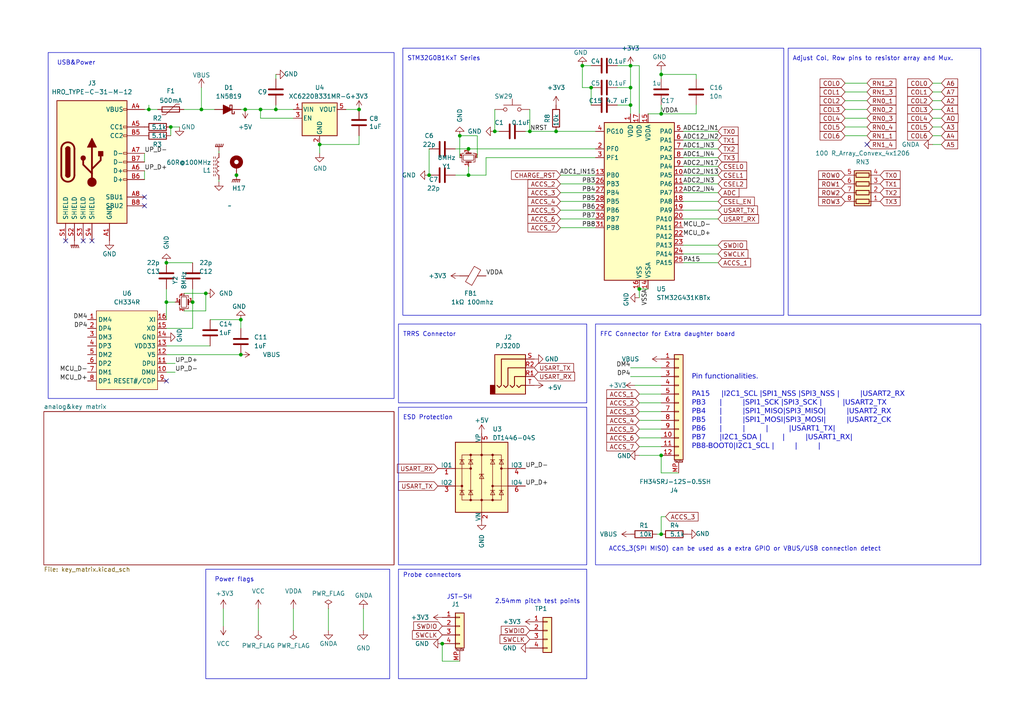
<source format=kicad_sch>
(kicad_sch (version 20230121) (generator eeschema)
  (paper "A4")
  (title_block (title "Corne EEC - Keyboard Left") (date "2023-07-18") (rev "1.0") (comment 2 "MIT License"))
  (junction (at 153.67 38.1))
  (junction (at 133.35 39.37))
  (junction (at 58.42 31.75))
  (junction (at 124.46 50.8))
  (junction (at 191.77 21.59))
  (junction (at 191.77 132.08))
  (junction (at 48.26 87.63))
  (junction (at 182.88 30.48))
  (junction (at 182.88 19.05))
  (junction (at 48.26 76.2))
  (junction (at 182.88 25.4))
  (junction (at 92.71 41.91))
  (junction (at 185.42 83.82))
  (junction (at 191.77 154.94))
  (junction (at 128.27 186.69))
  (junction (at 59.69 85.09))
  (junction (at 80.01 31.75))
  (junction (at 68.58 50.8))
  (junction (at 75.565 31.75))
  (junction (at 69.85 102.87))
  (junction (at 168.91 19.05))
  (junction (at 143.51 38.1))
  (junction (at 171.45 25.4))
  (junction (at 71.12 31.75))
  (junction (at 104.14 31.75))
  (junction (at 135.89 43.18))
  (junction (at 49.53 36.83))
  (junction (at 161.29 38.1))
  (junction (at 55.88 87.63))
  (junction (at 135.89 50.8))
  (junction (at 191.77 33.02))
  (junction (at 43.18 31.75))
  (junction (at 69.85 92.71))
  (no_connect (at 41.91 59.69))
  (no_connect (at 251.46 41.91))
  (no_connect (at 48.26 110.49))
  (no_connect (at 24.13 69.85))
  (no_connect (at 26.67 69.85))
  (no_connect (at 386.08 -66.04))
  (no_connect (at 41.91 57.15))
  (no_connect (at 19.05 69.85))
  (wire (pts (xy 162.56 60.96) (xy 172.72 60.96)))
  (wire (pts (xy 135.89 43.18) (xy 172.72 43.18)))
  (wire (pts (xy 45.72 31.75) (xy 43.18 31.75)))
  (wire (pts (xy 41.91 49.53) (xy 41.91 52.07)))
  (wire (pts (xy 251.46 31.75) (xy 245.11 31.75)))
  (wire (pts (xy 135.89 50.8) (xy 140.97 50.8)))
  (wire (pts (xy 71.12 31.75) (xy 75.565 31.75)))
  (wire (pts (xy 270.51 39.37) (xy 273.05 39.37)))
  (wire (pts (xy 140.97 45.72) (xy 140.97 50.8)))
  (wire (pts (xy 191.77 132.08) (xy 185.42 132.08)))
  (wire (pts (xy 273.05 26.67) (xy 270.51 26.67)))
  (wire (pts (xy 191.77 116.84) (xy 185.42 116.84)))
  (wire (pts (xy 144.78 38.1) (xy 143.51 38.1)))
  (wire (pts (xy 48.26 95.25) (xy 55.88 95.25)))
  (wire (pts (xy 143.51 38.1) (xy 143.51 31.75)))
  (wire (pts (xy 80.01 30.48) (xy 80.01 31.75)))
  (wire (pts (xy 64.77 181.61) (xy 64.77 176.53)))
  (wire (pts (xy 55.88 95.25) (xy 55.88 87.63)))
  (wire (pts (xy 132.08 50.8) (xy 135.89 50.8)))
  (wire (pts (xy 191.77 121.92) (xy 185.42 121.92)))
  (wire (pts (xy 138.43 45.72) (xy 138.43 39.37)))
  (wire (pts (xy 60.96 92.71) (xy 69.85 92.71)))
  (wire (pts (xy 48.26 76.2) (xy 55.88 76.2)))
  (wire (pts (xy 132.08 43.18) (xy 135.89 43.18)))
  (wire (pts (xy 251.46 36.83) (xy 245.11 36.83)))
  (wire (pts (xy 182.88 19.05) (xy 182.88 25.4)))
  (wire (pts (xy 208.28 40.64) (xy 198.12 40.64)))
  (wire (pts (xy 50.8 87.63) (xy 48.26 87.63)))
  (wire (pts (xy 138.43 39.37) (xy 133.35 39.37)))
  (wire (pts (xy 208.28 71.12) (xy 198.12 71.12)))
  (wire (pts (xy 208.28 48.26) (xy 198.12 48.26)))
  (wire (pts (xy 75.565 31.75) (xy 80.01 31.75)))
  (wire (pts (xy 182.88 106.68) (xy 191.77 106.68)))
  (wire (pts (xy 191.77 137.16) (xy 191.77 132.08)))
  (wire (pts (xy 58.42 25.4) (xy 58.42 31.75)))
  (wire (pts (xy 75.565 34.29) (xy 75.565 31.75)))
  (wire (pts (xy 69.85 92.71) (xy 69.85 95.25)))
  (wire (pts (xy 191.77 154.94) (xy 190.5 154.94)))
  (wire (pts (xy 193.04 149.86) (xy 191.77 149.86)))
  (wire (pts (xy 69.85 31.75) (xy 71.12 31.75)))
  (wire (pts (xy 53.34 85.09) (xy 59.69 85.09)))
  (wire (pts (xy 208.28 50.8) (xy 198.12 50.8)))
  (wire (pts (xy 48.26 87.63) (xy 48.26 92.71)))
  (wire (pts (xy 74.93 176.53) (xy 74.93 182.88)))
  (wire (pts (xy 133.35 39.37) (xy 133.35 45.72)))
  (wire (pts (xy 191.77 21.59) (xy 191.77 20.32)))
  (wire (pts (xy 162.56 55.88) (xy 172.72 55.88)))
  (wire (pts (xy 41.91 44.45) (xy 41.91 46.99)))
  (wire (pts (xy 185.42 19.05) (xy 182.88 19.05)))
  (wire (pts (xy 152.4 38.1) (xy 153.67 38.1)))
  (wire (pts (xy 48.26 102.87) (xy 69.85 102.87)))
  (wire (pts (xy 201.93 30.48) (xy 201.93 33.02)))
  (wire (pts (xy 85.09 34.29) (xy 75.565 34.29)))
  (wire (pts (xy 43.18 31.75) (xy 41.91 31.75)))
  (wire (pts (xy 270.51 36.83) (xy 273.05 36.83)))
  (wire (pts (xy 140.97 45.72) (xy 172.72 45.72)))
  (wire (pts (xy 251.46 39.37) (xy 245.11 39.37)))
  (wire (pts (xy 55.88 83.82) (xy 55.88 87.63)))
  (wire (pts (xy 191.77 22.86) (xy 191.77 21.59)))
  (wire (pts (xy 63.5 52.705) (xy 63.5 52.07)))
  (wire (pts (xy 154.94 180.34) (xy 153.67 180.34)))
  (wire (pts (xy 135.89 48.26) (xy 135.89 50.8)))
  (wire (pts (xy 162.56 50.8) (xy 172.72 50.8)))
  (wire (pts (xy 179.07 30.48) (xy 182.88 30.48)))
  (wire (pts (xy 182.88 25.4) (xy 182.88 30.48)))
  (wire (pts (xy 251.46 34.29) (xy 245.11 34.29)))
  (wire (pts (xy 201.93 21.59) (xy 191.77 21.59)))
  (wire (pts (xy 171.45 25.4) (xy 171.45 30.48)))
  (wire (pts (xy 53.34 31.75) (xy 58.42 31.75)))
  (wire (pts (xy 208.28 43.18) (xy 198.12 43.18)))
  (wire (pts (xy 52.07 36.83) (xy 49.53 36.83)))
  (wire (pts (xy 191.77 33.02) (xy 187.96 33.02)))
  (wire (pts (xy 191.77 33.02) (xy 191.77 30.48)))
  (wire (pts (xy 208.28 73.66) (xy 198.12 73.66)))
  (wire (pts (xy 198.12 45.72) (xy 208.28 45.72)))
  (wire (pts (xy 185.42 83.82) (xy 187.96 83.82)))
  (wire (pts (xy 185.42 127) (xy 191.77 127)))
  (wire (pts (xy 50.8 107.95) (xy 48.26 107.95)))
  (wire (pts (xy 191.77 149.86) (xy 191.77 154.94)))
  (wire (pts (xy 85.09 176.53) (xy 85.09 182.88)))
  (wire (pts (xy 48.26 100.33) (xy 60.96 100.33)))
  (wire (pts (xy 208.28 38.1) (xy 198.12 38.1)))
  (wire (pts (xy 208.28 76.2) (xy 198.12 76.2)))
  (wire (pts (xy 270.51 41.91) (xy 273.05 41.91)))
  (wire (pts (xy 171.45 25.4) (xy 168.91 25.4)))
  (wire (pts (xy 162.56 53.34) (xy 172.72 53.34)))
  (wire (pts (xy 168.91 19.05) (xy 168.91 25.4)))
  (wire (pts (xy 208.28 63.5) (xy 198.12 63.5)))
  (wire (pts (xy 153.67 31.75) (xy 153.67 38.1)))
  (wire (pts (xy 162.56 63.5) (xy 172.72 63.5)))
  (wire (pts (xy 273.05 31.75) (xy 270.51 31.75)))
  (wire (pts (xy 161.29 38.1) (xy 172.72 38.1)))
  (wire (pts (xy 50.8 105.41) (xy 48.26 105.41)))
  (wire (pts (xy 63.5 44.45) (xy 63.5 43.815)))
  (wire (pts (xy 185.42 86.36) (xy 185.42 83.82)))
  (wire (pts (xy 104.14 39.37) (xy 104.14 41.91)))
  (wire (pts (xy 153.67 38.1) (xy 161.29 38.1)))
  (wire (pts (xy 59.69 85.09) (xy 59.69 90.17)))
  (wire (pts (xy 182.88 30.48) (xy 182.88 33.02)))
  (wire (pts (xy 43.18 30.48) (xy 43.18 31.75)))
  (wire (pts (xy 162.56 58.42) (xy 172.72 58.42)))
  (wire (pts (xy 251.46 24.13) (xy 245.11 24.13)))
  (wire (pts (xy 100.33 31.75) (xy 104.14 31.75)))
  (wire (pts (xy 184.15 111.76) (xy 191.77 111.76)))
  (wire (pts (xy 59.69 90.17) (xy 53.34 90.17)))
  (wire (pts (xy 251.46 29.21) (xy 245.11 29.21)))
  (wire (pts (xy 208.28 55.88) (xy 198.12 55.88)))
  (wire (pts (xy 191.77 114.3) (xy 185.42 114.3)))
  (wire (pts (xy 208.28 60.96) (xy 198.12 60.96)))
  (wire (pts (xy 49.53 36.83) (xy 49.53 39.37)))
  (wire (pts (xy 185.42 19.05) (xy 185.42 33.02)))
  (wire (pts (xy 48.26 83.82) (xy 48.26 87.63)))
  (wire (pts (xy 105.41 182.88) (xy 105.41 176.53)))
  (wire (pts (xy 179.07 25.4) (xy 182.88 25.4)))
  (wire (pts (xy 273.05 34.29) (xy 270.51 34.29)))
  (wire (pts (xy 95.25 176.53) (xy 95.25 182.88)))
  (wire (pts (xy 201.93 33.02) (xy 191.77 33.02)))
  (wire (pts (xy 58.42 31.75) (xy 62.23 31.75)))
  (wire (pts (xy 92.71 44.45) (xy 92.71 41.91)))
  (wire (pts (xy 270.51 24.13) (xy 273.05 24.13)))
  (wire (pts (xy 182.88 109.22) (xy 191.77 109.22)))
  (wire (pts (xy 80.01 21.59) (xy 80.01 22.86)))
  (wire (pts (xy 185.42 119.38) (xy 191.77 119.38)))
  (wire (pts (xy 104.14 41.91) (xy 92.71 41.91)))
  (wire (pts (xy 85.09 31.75) (xy 80.01 31.75)))
  (wire (pts (xy 124.46 50.8) (xy 124.46 43.18)))
  (wire (pts (xy 133.35 191.77) (xy 128.27 191.77)))
  (wire (pts (xy 162.56 66.04) (xy 172.72 66.04)))
  (wire (pts (xy 251.46 26.67) (xy 245.11 26.67)))
  (wire (pts (xy 201.93 22.86) (xy 201.93 21.59)))
  (wire (pts (xy 208.28 53.34) (xy 198.12 53.34)))
  (wire (pts (xy 128.27 191.77) (xy 128.27 186.69)))
  (wire (pts (xy 196.85 137.16) (xy 191.77 137.16)))
  (wire (pts (xy 68.58 51.435) (xy 68.58 50.8)))
  (wire (pts (xy 179.07 19.05) (xy 182.88 19.05)))
  (wire (pts (xy 191.77 124.46) (xy 185.42 124.46)))
  (wire (pts (xy 208.28 58.42) (xy 198.12 58.42)))
  (wire (pts (xy 273.05 29.21) (xy 270.51 29.21)))
  (wire (pts (xy 191.77 129.54) (xy 185.42 129.54)))
  (wire (pts (xy 168.91 19.05) (xy 171.45 19.05)))
  (rectangle (start 228.6 13.97) (end 284.48 91.44))
  (rectangle (start 115.57 118.11) (end 170.18 163.83))
  (rectangle (start 115.57 165.1) (end 170.18 196.85))
  (rectangle (start 59.69 165.1) (end 113.03 196.85))
  (rectangle (start 115.57 93.98) (end 170.18 116.84))
  (rectangle (start 172.72 93.98) (end 284.48 163.83))
  (rectangle (start 116.84 13.97) (end 227.33 91.44))
  (rectangle (start 13.97 15.24) (end 114.3 115.57))
  (text "FFC Connector for Extra daughter board" (at 173.99 97.79 0) (effects (font (size 1.27 1.27)) (justify left bottom)))
  (text "Probe connectors" (at 116.84 167.64 0) (effects (font (size 1.27 1.27)) (justify left bottom)))
  (text "TRRS Connector" (at 116.84 97.79 0) (effects (font (size 1.27 1.27)) (justify left bottom)))
  (text "Adjust Col, Row pins to resistor array and Mux.\n" (at 229.87 17.78 0) (effects (font (size 1.27 1.27)) (justify left bottom)))
  (text "USB&Power" (at 16.51 19.05 0) (effects (font (size 1.27 1.27)) (justify left bottom)))
  (text "ACCS_3(SPI MISO) can be used as a extra GPIO or VBUS/USB connection detect" (at 176.53 160.02 0) (effects (font (size 1.27 1.27)) (justify left bottom)))
  (text "JST-SH" (at 129.54 173.99 0) (effects (font (size 1.27 1.27)) (justify left bottom)))
  (text "ESD Protection" (at 116.84 121.92 0) (effects (font (size 1.27 1.27)) (justify left bottom)))
  (text "Pin functionalities.\n\nPA15     |I2C1_SCL |SPI1_NSS |SPI3_NSS |         |USART2_RX\nPB3      |         |SPI1_SCK |SPI3_SCK |         |USART2_TX\nPB4      |         |SPI1_MISO|SPI3_MISO|         |USART2_RX\nPB5      |         |SPI1_MOSI|SPI3_MOSI|         |USART2_CK\nPB6      |         |         |         |USART1_TX|\nPB7      |I2C1_SDA |         |         |USART1_RX|\nPB8-BOOT0|I2C1_SCL |         |         |\n" (at 200.66 130.81 0) (effects (font (size 1.5 1.5)) (justify left bottom)))
  (text "2.54mm pitch test points" (at 143.51 175.26 0) (effects (font (size 1.27 1.27)) (justify left bottom)))
  (text "STM32G0B1KxT Series" (at 118.11 17.78 0) (effects (font (size 1.27 1.27)) (justify left bottom)))
  (text "Power flags\n" (at 62.23 168.91 0) (effects (font (size 1.27 1.27)) (justify left bottom)))
  (label "DM4" (at 182.88 106.68 180))
  (label "MCU_D-" (at 198.12 66.04 0))
  (label "PB6" (at 172.72 60.96 180))
  (label "ADC1_IN15" (at 172.72 50.8 180))
  (label "PB8" (at 172.72 66.04 180))
  (label "MCU_D-" (at 25.4 107.95 180))
  (label "UP_D-" (at 50.8 107.95 0))
  (label "UP_D+" (at 41.91 49.53 0))
  (label "ADC2_IN3" (at 198.12 53.34 0))
  (label "VDDA" (at 191.77 33.02 0))
  (label "ADC1_IN4" (at 198.12 45.72 0))
  (label "ADC12_IN2" (at 198.12 40.64 0))
  (label "PB4" (at 172.72 55.88 180))
  (label "ADC1_IN3" (at 198.12 43.18 0))
  (label "UP_D+" (at 152.4 140.97 0))
  (label "MCU_D+" (at 25.4 110.49 180))
  (label "MCU_D+" (at 198.12 68.58 0))
  (label "ADC2_IN4" (at 198.12 55.88 0))
  (label "ADC2_IN13" (at 198.12 50.8 0))
  (label "UP_D-" (at 152.4 135.89 0))
  (label "ADC12_IN1" (at 198.12 38.1 0))
  (label "ADC2_IN17" (at 198.12 48.26 0))
  (label "DP4" (at 25.4 95.25 180))
  (label "UP_D-" (at 41.91 44.45 0))
  (label "DP4" (at 182.88 109.22 180))
  (label "PB7" (at 172.72 63.5 180))
  (label "PA15" (at 198.12 76.2 0))
  (label "NRST" (at 158.75 38.1 180))
  (label "VDDA" (at 140.97 80.01 0))
  (label "UP_D+" (at 50.8 105.41 0))
  (label "DM4" (at 25.4 92.71 180))
  (label "PB5" (at 172.72 58.42 180))
  (label "PB3" (at 172.72 53.34 180))
  (label "VSSA" (at 187.96 83.82 270))
  (global_label "ADC" (shape input) (at 208.28 55.88 0) (property "Intersheetrefs" "${INTERSHEET_REFS}" (effects hide)))
  (global_label "SWDIO" (shape input) (at 208.28 71.12 0) (property "Intersheetrefs" "${INTERSHEET_REFS}" (effects hide)))
  (global_label "USART_TX" (shape input) (at 127 140.97 180) (property "Intersheetrefs" "${INTERSHEET_REFS}" (effects hide)))
  (global_label "AO" (shape input) (at 273.05 34.29 0) (property "Intersheetrefs" "${INTERSHEET_REFS}" (effects hide)))
  (global_label "COL5" (shape input) (at 245.11 36.83 180) (property "Intersheetrefs" "${INTERSHEET_REFS}" (effects hide)))
  (global_label "ACCS_5" (shape input) (at 162.56 60.96 180) (property "Intersheetrefs" "${INTERSHEET_REFS}" (effects hide)))
  (global_label "COL1" (shape input) (at 245.11 26.67 180) (property "Intersheetrefs" "${INTERSHEET_REFS}" (effects hide)))
  (global_label "RN1_3" (shape input) (at 251.46 26.67 0) (property "Intersheetrefs" "${INTERSHEET_REFS}" (effects hide)))
  (global_label "USART_RX" (shape input) (at 154.94 109.22 0) (property "Intersheetrefs" "${INTERSHEET_REFS}" (effects hide)))
  (global_label "COL0" (shape input) (at 245.11 24.13 180) (property "Intersheetrefs" "${INTERSHEET_REFS}" (effects hide)))
  (global_label "CSEL_EN" (shape input) (at 208.28 58.42 0) (property "Intersheetrefs" "${INTERSHEET_REFS}" (effects hide)))
  (global_label "ACCS_6" (shape input) (at 185.42 127 180) (property "Intersheetrefs" "${INTERSHEET_REFS}" (effects hide)))
  (global_label "ACCS_3" (shape input) (at 185.42 119.38 180) (property "Intersheetrefs" "${INTERSHEET_REFS}" (effects hide)))
  (global_label "ACCS_3" (shape input) (at 193.04 149.86 0) (property "Intersheetrefs" "${INTERSHEET_REFS}" (effects hide)))
  (global_label "COL3" (shape input) (at 270.51 31.75 180) (property "Intersheetrefs" "${INTERSHEET_REFS}" (effects hide)))
  (global_label "ACCS_3" (shape input) (at 162.56 55.88 180) (property "Intersheetrefs" "${INTERSHEET_REFS}" (effects hide)))
  (global_label "USART_TX" (shape input) (at 208.28 60.96 0) (property "Intersheetrefs" "${INTERSHEET_REFS}" (effects hide)))
  (global_label "RN0_3" (shape input) (at 251.46 34.29 0) (property "Intersheetrefs" "${INTERSHEET_REFS}" (effects hide)))
  (global_label "ROW1" (shape input) (at 245.11 53.34 180) (property "Intersheetrefs" "${INTERSHEET_REFS}" (effects hide)))
  (global_label "ACCS_2" (shape input) (at 185.42 116.84 180) (property "Intersheetrefs" "${INTERSHEET_REFS}" (effects hide)))
  (global_label "SWCLK" (shape input) (at 208.28 73.66 0) (property "Intersheetrefs" "${INTERSHEET_REFS}" (effects hide)))
  (global_label "ACCS_6" (shape input) (at 162.56 63.5 180) (property "Intersheetrefs" "${INTERSHEET_REFS}" (effects hide)))
  (global_label "COL4" (shape input) (at 245.11 34.29 180) (property "Intersheetrefs" "${INTERSHEET_REFS}" (effects hide)))
  (global_label "ACCS_4" (shape input) (at 185.42 121.92 180) (property "Intersheetrefs" "${INTERSHEET_REFS}" (effects hide)))
  (global_label "A1" (shape input) (at 273.05 31.75 0) (property "Intersheetrefs" "${INTERSHEET_REFS}" (effects hide)))
  (global_label "ACCS_2" (shape input) (at 162.56 53.34 180) (property "Intersheetrefs" "${INTERSHEET_REFS}" (effects hide)))
  (global_label "A6" (shape input) (at 273.05 24.13 0) (property "Intersheetrefs" "${INTERSHEET_REFS}" (effects hide)))
  (global_label "SWDIO" (shape input) (at 128.27 181.61 180) (property "Intersheetrefs" "${INTERSHEET_REFS}" (effects hide)))
  (global_label "TX0" (shape input) (at 255.27 50.8 0) (property "Intersheetrefs" "${INTERSHEET_REFS}" (effects hide)))
  (global_label "SWCLK" (shape input) (at 153.67 185.42 180) (property "Intersheetrefs" "${INTERSHEET_REFS}" (effects hide)))
  (global_label "COL5" (shape input) (at 270.51 36.83 180) (property "Intersheetrefs" "${INTERSHEET_REFS}" (effects hide)))
  (global_label "RN0_1" (shape input) (at 251.46 29.21 0) (property "Intersheetrefs" "${INTERSHEET_REFS}" (effects hide)))
  (global_label "RN0_4" (shape input) (at 251.46 36.83 0) (property "Intersheetrefs" "${INTERSHEET_REFS}" (effects hide)))
  (global_label "TX1" (shape input) (at 255.27 53.34 0) (property "Intersheetrefs" "${INTERSHEET_REFS}" (effects hide)))
  (global_label "ACCS_7" (shape input) (at 185.42 129.54 180) (property "Intersheetrefs" "${INTERSHEET_REFS}" (effects hide)))
  (global_label "CSEL2" (shape input) (at 208.28 53.34 0) (property "Intersheetrefs" "${INTERSHEET_REFS}" (effects hide)))
  (global_label "USART_TX" (shape input) (at 154.94 106.68 0) (property "Intersheetrefs" "${INTERSHEET_REFS}" (effects hide)))
  (global_label "SWCLK" (shape input) (at 128.27 184.15 180) (property "Intersheetrefs" "${INTERSHEET_REFS}" (effects hide)))
  (global_label "RN1_4" (shape input) (at 251.46 41.91 0) (property "Intersheetrefs" "${INTERSHEET_REFS}" (effects hide)))
  (global_label "RN0_2" (shape input) (at 251.46 31.75 0) (property "Intersheetrefs" "${INTERSHEET_REFS}" (effects hide)))
  (global_label "ACCS_5" (shape input) (at 185.42 124.46 180) (property "Intersheetrefs" "${INTERSHEET_REFS}" (effects hide)))
  (global_label "COL6" (shape input) (at 270.51 39.37 180) (property "Intersheetrefs" "${INTERSHEET_REFS}" (effects hide)))
  (global_label "CSEL0" (shape input) (at 208.28 48.26 0) (property "Intersheetrefs" "${INTERSHEET_REFS}" (effects hide)))
  (global_label "TX2" (shape input) (at 208.28 43.18 0) (property "Intersheetrefs" "${INTERSHEET_REFS}" (effects hide)))
  (global_label "TX3" (shape input) (at 208.28 45.72 0) (property "Intersheetrefs" "${INTERSHEET_REFS}" (effects hide)))
  (global_label "RN1_2" (shape input) (at 251.46 24.13 0) (property "Intersheetrefs" "${INTERSHEET_REFS}" (effects hide)))
  (global_label "ROW3" (shape input) (at 245.11 58.42 180) (property "Intersheetrefs" "${INTERSHEET_REFS}" (effects hide)))
  (global_label "CHARGE_RST" (shape input) (at 162.56 50.8 180) (property "Intersheetrefs" "${INTERSHEET_REFS}" (effects hide)))
  (global_label "TX2" (shape input) (at 255.27 55.88 0) (property "Intersheetrefs" "${INTERSHEET_REFS}" (effects hide)))
  (global_label "A5" (shape input) (at 273.05 41.91 0) (property "Intersheetrefs" "${INTERSHEET_REFS}" (effects hide)))
  (global_label "A2" (shape input) (at 273.05 29.21 0) (property "Intersheetrefs" "${INTERSHEET_REFS}" (effects hide)))
  (global_label "COL2" (shape input) (at 245.11 29.21 180) (property "Intersheetrefs" "${INTERSHEET_REFS}" (effects hide)))
  (global_label "COL0" (shape input) (at 270.51 24.13 180) (property "Intersheetrefs" "${INTERSHEET_REFS}" (effects hide)))
  (global_label "SWDIO" (shape input) (at 153.67 182.88 180) (property "Intersheetrefs" "${INTERSHEET_REFS}" (effects hide)))
  (global_label "TX1" (shape input) (at 208.28 40.64 0) (property "Intersheetrefs" "${INTERSHEET_REFS}" (effects hide)))
  (global_label "TX3" (shape input) (at 255.27 58.42 0) (property "Intersheetrefs" "${INTERSHEET_REFS}" (effects hide)))
  (global_label "COL1" (shape input) (at 270.51 26.67 180) (property "Intersheetrefs" "${INTERSHEET_REFS}" (effects hide)))
  (global_label "A4" (shape input) (at 273.05 39.37 0) (property "Intersheetrefs" "${INTERSHEET_REFS}" (effects hide)))
  (global_label "COL2" (shape input) (at 270.51 29.21 180) (property "Intersheetrefs" "${INTERSHEET_REFS}" (effects hide)))
  (global_label "ACCS_7" (shape input) (at 162.56 66.04 180) (property "Intersheetrefs" "${INTERSHEET_REFS}" (effects hide)))
  (global_label "ROW0" (shape input) (at 245.11 50.8 180) (property "Intersheetrefs" "${INTERSHEET_REFS}" (effects hide)))
  (global_label "USART_RX" (shape input) (at 208.28 63.5 0) (property "Intersheetrefs" "${INTERSHEET_REFS}" (effects hide)))
  (global_label "ACCS_4" (shape input) (at 162.56 58.42 180) (property "Intersheetrefs" "${INTERSHEET_REFS}" (effects hide)))
  (global_label "ACCS_1" (shape input) (at 185.42 114.3 180) (property "Intersheetrefs" "${INTERSHEET_REFS}" (effects hide)))
  (global_label "A7" (shape input) (at 273.05 26.67 0) (property "Intersheetrefs" "${INTERSHEET_REFS}" (effects hide)))
  (global_label "ACCS_1" (shape input) (at 208.28 76.2 0) (property "Intersheetrefs" "${INTERSHEET_REFS}" (effects hide)))
  (global_label "USART_RX" (shape input) (at 127 135.89 180) (property "Intersheetrefs" "${INTERSHEET_REFS}" (effects hide)))
  (global_label "COL4" (shape input) (at 270.51 34.29 180) (property "Intersheetrefs" "${INTERSHEET_REFS}" (effects hide)))
  (global_label "TX0" (shape input) (at 208.28 38.1 0) (property "Intersheetrefs" "${INTERSHEET_REFS}" (effects hide)))
  (global_label "A3" (shape input) (at 273.05 36.83 0) (property "Intersheetrefs" "${INTERSHEET_REFS}" (effects hide)))
  (global_label "RN1_1" (shape input) (at 251.46 39.37 0) (property "Intersheetrefs" "${INTERSHEET_REFS}" (effects hide)))
  (global_label "ROW2" (shape input) (at 245.11 55.88 180) (property "Intersheetrefs" "${INTERSHEET_REFS}" (effects hide)))
  (global_label "COL6" (shape input) (at 245.11 39.37 180) (property "Intersheetrefs" "${INTERSHEET_REFS}" (effects hide)))
  (global_label "CSEL1" (shape input) (at 208.28 50.8 0) (property "Intersheetrefs" "${INTERSHEET_REFS}" (effects hide)))
  (global_label "COL3" (shape input) (at 245.11 31.75 180) (property "Intersheetrefs" "${INTERSHEET_REFS}" (effects hide)))
  (symbol (lib_id "power:PWR_FLAG") (at 95.25 176.53 0) (unit 1)
    (property "Reference" "#FLG01" (effects hide))
    (property "Value" "PWR_FLAG" (at 95.25 172.1358 0))
  )
  (symbol (lib_id "Connector_Generic_MountingPin:Conn_01x12_MountingPin") (at 196.85 116.84 0) (unit 1)
    (property "Reference" "J4" (at 194.31 142.24 0) (effects (justify left)))
    (property "Value" "FH34SRJ-12S-0.5SH" (at 185.42 139.7 0) (effects (justify left)))
    (property "Footprint" "ec_parts:HRS_FH34SRJ-12S-0.5SH(50)" (effects hide))
  )
  (symbol (lib_name "GNDPWR_1") (lib_id "power:GNDPWR") (at 21.59 69.85 0) (mirror y) (unit 1)
    (property "Reference" "#PWR012" (effects hide))
    (property "Value" "GNDPWR" (effects hide))
  )
  (symbol (lib_id "Device:C") (at 55.88 80.01 0) (mirror y) (unit 1)
    (property "Reference" "C12" (at 59.69 78.74 0))
    (property "Value" "22p" (at 59.69 76.2 0))
    (property "Footprint" "PCM_Capacitor_SMD_AKL:C_0603_1608Metric" (effects hide))
    (property "LCSC" "C307331" (effects hide))
  )
  (symbol (lib_name "GNDPWR_1") (lib_id "power:GNDPWR") (at 63.5 43.815 180) (unit 1)
    (property "Reference" "#PWR018" (effects hide))
    (property "Value" "GNDPWR" (effects hide))
  )
  (symbol (lib_id "Device:C") (at 104.14 35.56 0) (unit 1)
    (property "Reference" "C8" (at 107.061 34.3916 0) (effects (justify left)))
    (property "Value" "1uF" (at 107.061 36.703 0) (effects (justify left)))
    (property "Footprint" "PCM_Capacitor_SMD_AKL:C_0603_1608Metric" (effects hide))
    (property "Digi-Key_PN" "1276-6524-1-ND" (effects hide))
  )
  (symbol (lib_id "power:GND") (at 59.69 85.09 90) (unit 1)
    (property "Reference" "#PWR050" (effects hide))
    (property "Value" "GND" (at 63.5 85.09 90) (effects (justify right)))
  )
  (symbol (lib_id "Device:Crystal_GND24_Small") (at 53.34 87.63 0) (unit 1)
    (property "Reference" "Y2" (at 50.8 81.28 90))
    (property "Value" "8MHz" (at 53.34 81.28 90))
    (property "Footprint" "PCM_Crystal_Handsoldering_AKL:Crystal_SMD_2520-4Pin_2.5x2.0mm" (effects hide))
  )
  (symbol (lib_id "power:+3.3V") (at 154.94 180.34 90) (unit 1)
    (property "Reference" "#PWR021" (effects hide))
    (property "Value" "+3.3V" (at 151.13 180.34 90) (effects (justify left)))
  )
  (symbol (lib_id "Connector_Generic:Conn_01x04") (at 158.75 182.88 0) (unit 1)
    (property "Reference" "TP1" (at 158.75 176.53 0) (effects (justify right)))
    (property "Footprint" "ec_parts:PinHeader_1x04_P2.54mm_test_pad" (effects hide))
  )
  (symbol (lib_id "power:GNDA") (at 95.25 182.88 0) (unit 1)
    (property "Reference" "#PWR04" (effects hide))
    (property "Value" "GNDA" (at 95.25 186.69 0))
  )
  (symbol (lib_id "Switch:SW_Push") (at 148.59 31.75 0) (unit 1)
    (property "Reference" "SW29" (at 146.05 27.94 0))
    (property "Value" "PTS845" (effects hide))
    (property "Footprint" "Button_Switch_SMD:SW_Push_1P1T-MP_NO_Horizontal_Alps_SKRTLAE010" (effects hide))
  )
  (symbol (lib_id "power:GND") (at 168.91 19.05 180) (unit 1)
    (property "Reference" "#PWR047" (effects hide))
    (property "Value" "GND" (at 166.37 15.24 0) (effects (justify right)))
  )
  (symbol (lib_id "Device:Polyfuse") (at 49.53 31.75 270) (unit 1)
    (property "Reference" "F1" (at 49.53 26.3865 90))
    (property "Value" "500mA" (at 49.53 29.1616 90))
    (property "Footprint" "PCM_Fuse_AKL:Fuse_1206_3216Metric" (effects hide))
    (property "LCSC" "C70076" (effects hide))
  )
  (symbol (lib_id "power:GND") (at 139.7 151.13 0) (mirror y) (unit 1)
    (property "Reference" "#PWR022" (effects hide))
    (property "Value" "GND" (at 139.7 154.94 90) (effects (justify right)))
  )
  (symbol (lib_id "power:+3.3V") (at 133.35 80.01 90) (unit 1)
    (property "Reference" "#PWR03" (effects hide))
    (property "Value" "+3.3V" (at 129.54 80.0099 90) (effects (justify left)))
  )
  (symbol (lib_id "PCM_Diode_Schottky_AKL:1N5818") (at 66.04 31.75 0) (unit 1)
    (property "Reference" "D1" (at 66.3575 25.4 0))
    (property "Value" "1N5819" (at 66.3575 27.94 0))
    (property "Footprint" "PCM_Diode_SMD_AKL:D_SOD-323_HandSoldering" (effects hide))
    (property "Datasheet" "https://www.tme.eu/Document/1dcb17797cd83f32e896ece3030f14cc/1n5817-19.pdf" (effects hide))
  )
  (symbol (lib_id "power:GND") (at 153.67 187.96 270) (mirror x) (unit 1)
    (property "Reference" "#PWR026" (effects hide))
    (property "Value" "GND" (at 149.86 187.96 90) (effects (justify right)))
  )
  (symbol (lib_id "ec_parts:USB_C_Receptacle_USB2.0") (at 26.67 46.99 0) (unit 1)
    (property "Reference" "J3" (at 26.67 24.13 0))
    (property "Value" "HRO_TYPE-C-31-M-12" (at 26.67 26.67 0))
    (property "Footprint" "ec_parts:USB_C_Receptacle_HRO_TYPE-C-31-M-12" (effects hide))
    (property "Datasheet" "https://www.usb.org/sites/default/files/documents/usb_type-c.zip" (effects hide))
  )
  (symbol (lib_id "Device:C") (at 128.27 50.8 90) (mirror x) (unit 1)
    (property "Reference" "C7" (at 125.73 52.07 90))
    (property "Value" "22p" (at 125.73 54.61 90))
    (property "Footprint" "PCM_Capacitor_SMD_AKL:C_0603_1608Metric" (effects hide))
    (property "LCSC" "C307331" (effects hide))
  )
  (symbol (lib_id "Device:C") (at 175.26 19.05 270) (mirror x) (unit 1)
    (property "Reference" "C4" (at 172.72 17.78 90))
    (property "Value" "0.1uF" (at 179.07 17.78 90))
    (property "Footprint" "PCM_Capacitor_SMD_AKL:C_0603_1608Metric" (effects hide))
    (property "LCSC" "C307331" (effects hide))
  )
  (symbol (lib_id "nrfmicro-rescue:GND") (at 185.42 132.08 270) (unit 1)
    (property "Reference" "#PWR015" (effects hide))
    (property "Value" "GND" (at 181.0258 132.207 90))
  )
  (symbol (lib_id "power:GND") (at 191.77 20.32 180) (unit 1)
    (property "Reference" "#PWR064" (effects hide))
    (property "Value" "GND" (at 189.23 16.51 0) (effects (justify right)))
  )
  (symbol (lib_id "Device:C") (at 48.26 80.01 0) (mirror y) (unit 1)
    (property "Reference" "C13" (at 44.45 78.74 0))
    (property "Value" "22p" (at 44.45 76.2 0))
    (property "Footprint" "PCM_Capacitor_SMD_AKL:C_0603_1608Metric" (effects hide))
    (property "LCSC" "C307331" (effects hide))
  )
  (symbol (lib_id "power:VDDA") (at 85.09 176.53 0) (unit 1)
    (property "Reference" "#PWR0145" (effects hide))
    (property "Value" "VDDA" (at 85.09 171.45 0))
  )
  (symbol (lib_id "PCM_Resistor_AKL:R_4x0612_Convex") (at 250.19 53.34 90) (unit 1)
    (property "Reference" "RN3" (at 250.19 46.99 90))
    (property "Value" "100 R_Array_Convex_4x1206" (at 250.19 44.45 90))
    (property "Footprint" "PCM_Resistor_SMD_AKL:R_Array_Concave_4x0603" (effects hide))
  )
  (symbol (lib_id "Connector_Audio:AudioJack4") (at 149.86 106.68 0) (unit 1)
    (property "Reference" "J2" (at 147.32 97.79 0))
    (property "Value" "PJ320D" (at 147.32 100.33 0))
    (property "Footprint" "ec_parts:Jack_3.5mm_PJ320D_Horizontal" (effects hide))
  )
  (symbol (lib_id "power:VCC") (at 74.93 176.53 0) (unit 1)
    (property "Reference" "#PWR08" (effects hide))
    (property "Value" "VCC" (at 74.93 171.45 0))
  )
  (symbol (lib_id "power:VBUS") (at 182.88 154.94 90) (unit 1)
    (property "Reference" "#PWR055" (effects hide))
    (property "Value" "VBUS" (at 179.07 154.9399 90) (effects (justify left)))
  )
  (symbol (lib_id "Connector_Generic_MountingPin:Conn_01x04_MountingPin") (at 133.35 181.61 0) (unit 1)
    (property "Reference" "J1" (at 133.35 175.26 0) (effects (justify right)))
    (property "Value" "SM04B-SRSS-TB" (effects hide))
    (property "Footprint" "Connector_JST:JST_SH_SM04B-SRSS-TB_1x04-1MP_P1.00mm_Horizontal" (effects hide))
  )
  (symbol (lib_id "power:+3.3V") (at 182.88 19.05 0) (unit 1)
    (property "Reference" "#PWR048" (effects hide))
    (property "Value" "+3.3V" (at 182.88 13.97 0))
  )
  (symbol (lib_id "power:GND") (at 124.46 50.8 270) (unit 1)
    (property "Reference" "#PWR023" (effects hide))
    (property "Value" "GND" (at 120.65 50.8 90) (effects (justify right)))
  )
  (symbol (lib_id "nrfmicro-rescue:GND") (at 92.71 44.45 0) (unit 1)
    (property "Reference" "#PWR033" (effects hide))
    (property "Value" "GND" (at 92.837 48.8442 0))
  )
  (symbol (lib_id "power:+3.3V") (at 161.29 30.48 0) (unit 1)
    (property "Reference" "#PWR053" (effects hide))
    (property "Value" "+3.3V" (at 161.29 25.4 0))
  )
  (symbol (lib_id "power:VBUS") (at 69.85 102.87 270) (unit 1)
    (property "Reference" "#PWR09" (effects hide))
    (property "Value" "VBUS" (at 76.2 102.87 90) (effects (justify left)))
  )
  (symbol (lib_id "power:GND") (at 48.26 97.79 90) (unit 1)
    (property "Reference" "#PWR011" (effects hide))
    (property "Value" "GND" (at 52.07 95.25 0) (effects (justify right)))
  )
  (symbol (lib_id "power:GND") (at 69.85 92.71 180) (unit 1)
    (property "Reference" "#PWR013" (effects hide))
    (property "Value" "GND" (at 67.31 88.9 0) (effects (justify right)))
  )
  (symbol (lib_id "Mechanical:MountingHole_Pad") (at 68.58 48.26 0) (unit 1)
    (property "Reference" "H17" (at 67.31 54.61 0) (effects (justify left)))
    (property "Value" "~" (at 66.04 59.69 0) (effects (justify left)))
    (property "Footprint" "ec_parts:PinHeader_1x01" (effects hide))
  )
  (symbol (lib_id "power:+3.3V") (at 128.27 179.07 90) (unit 1)
    (property "Reference" "#PWR025" (effects hide))
    (property "Value" "+3.3V" (at 124.46 179.07 90) (effects (justify left)))
  )
  (symbol (lib_id "nrfmicro-rescue:GND") (at 199.39 154.94 90) (unit 1)
    (property "Reference" "#PWR056" (effects hide))
    (property "Value" "GND" (at 203.7842 154.813 90))
  )
  (symbol (lib_id "power:GNDA") (at 105.41 176.53 180) (unit 1)
    (property "Reference" "#PWR043" (effects hide))
    (property "Value" "GNDA" (at 102.87 172.72 0) (effects (justify right)))
  )
  (symbol (lib_id "wch_mcu_peripheral:CH334R") (at 36.83 101.6 0) (unit 1)
    (property "Reference" "U6" (at 36.83 85.09 0))
    (property "Value" "CH334R" (at 36.83 87.63 0))
    (property "Footprint" "Package_SO:QSOP-16_3.9x4.9mm_P0.635mm" (effects hide))
    (property "Datasheet" "http://www.wch-ic.com/downloads/CH334DS1_PDF.html" (effects hide))
  )
  (symbol (lib_name "GNDPWR_1") (lib_id "power:GNDPWR") (at 68.58 50.8 0) (unit 1)
    (property "Reference" "#PWR027" (effects hide))
    (property "Value" "GNDPWR" (effects hide))
  )
  (symbol (lib_id "power:+5V") (at 71.12 31.75 180) (unit 1)
    (property "Reference" "#PWR031" (effects hide))
    (property "Value" "+5V" (at 71.12 36.83 0))
  )
  (symbol (lib_id "power:+3V3") (at 184.15 111.76 90) (unit 1)
    (property "Reference" "#PWR014" (effects hide))
    (property "Value" "+3V3" (at 179.07 111.76 90))
  )
  (symbol (lib_id "nrfmicro-rescue:GND") (at 31.75 69.85 0) (unit 1)
    (property "Reference" "#PWR05" (effects hide))
    (property "Value" "GND" (at 31.75 73.66 0))
  )
  (symbol (lib_id "Device:Crystal_GND24_Small") (at 135.89 45.72 90) (unit 1)
    (property "Reference" "Y1" (at 129.54 48.26 90))
    (property "Value" "8MHz" (at 129.54 45.72 90))
    (property "Footprint" "PCM_Crystal_Handsoldering_AKL:Crystal_SMD_2520-4Pin_2.5x2.0mm" (effects hide))
  )
  (symbol (lib_id "Device:C") (at 191.77 26.67 180) (unit 1)
    (property "Reference" "C17" (at 195.58 29.21 0) (effects (justify left)))
    (property "Value" "1u" (at 191.77 24.13 0) (effects (justify left)))
    (property "Footprint" "PCM_Capacitor_SMD_AKL:C_0603_1608Metric" (effects hide))
    (property "LCSC" "C52923" (effects hide))
  )
  (symbol (lib_id "Device:C") (at 175.26 30.48 270) (mirror x) (unit 1)
    (property "Reference" "C15" (at 172.72 29.21 90))
    (property "Value" "4.7 uF" (at 179.07 29.21 90))
    (property "Footprint" "PCM_Capacitor_SMD_AKL:C_0603_1608Metric" (effects hide))
    (property "LCSC" "C307331" (effects hide))
  )
  (symbol (lib_id "nrfmicro-rescue:GND") (at 52.07 36.83 0) (unit 1)
    (property "Reference" "#PWR010" (effects hide))
    (property "Value" "GND" (at 54.61 36.83 0))
  )
  (symbol (lib_id "power:GNDA") (at 270.51 41.91 270) (unit 1)
    (property "Reference" "#PWR052" (effects hide))
    (property "Value" "GNDA" (at 266.7 41.91 90) (effects (justify right)))
  )
  (symbol (lib_id "nrfmicro-rescue:GND") (at 154.94 104.14 90) (unit 1)
    (property "Reference" "#PWR01" (effects hide))
    (property "Value" "GND" (at 160.02 104.14 90))
  )
  (symbol (lib_id "Unified-Daughterboard-rescue:L_Core_Ferrite-Device") (at 63.5 48.26 180) (unit 1)
    (property "Reference" "L1" (at 61.2648 49.403 0) (effects (justify left)))
    (property "Value" "60R@100MHz" (at 61.2648 47.117 0) (effects (justify left)))
    (property "Footprint" "PCM_Inductor_SMD_AKL:L_1206_3216Metric" (effects hide))
    (property "Manufacturer" "MELED Industrial" (effects hide))
    (property "Manufacturer Part Number" "MLB3216-600P4A(f)" (effects hide))
    (property "Package" "L1206" (effects hide))
    (property "LCSC Part Number" "C33600" (effects hide))
  )
  (symbol (lib_id "nrfmicro-rescue:GND") (at 80.01 21.59 90) (unit 1)
    (property "Reference" "#PWR032" (effects hide))
    (property "Value" "GND" (at 84.4042 21.463 90))
  )
  (symbol (lib_id "Device:C") (at 69.85 99.06 180) (unit 1)
    (property "Reference" "C11" (at 73.66 97.7899 0) (effects (justify right)))
    (property "Value" "1uF" (at 73.66 100.3299 0) (effects (justify right)))
    (property "Footprint" "PCM_Capacitor_SMD_AKL:C_0603_1608Metric" (effects hide))
    (property "LCSC" "C307331" (effects hide))
  )
  (symbol (lib_id "power:+3V3") (at 64.77 176.53 0) (unit 1)
    (property "Reference" "#PWR029" (effects hide))
    (property "Value" "+3V3" (at 65.151 172.1358 0))
  )
  (symbol (lib_id "Regulator_Linear:AP2112K-3.3") (at 92.71 34.29 0) (unit 1)
    (property "Reference" "U4" (at 92.71 25.4 0))
    (property "Value" "XC6220B331MR-G" (at 92.71 27.94 0))
    (property "Footprint" "PCM_Package_TO_SOT_SMD_AKL:SOT-23-5" (effects hide))
    (property "Datasheet" "https://product.torexsemi.com/system/files/series/xc6220.pdf" (effects hide))
  )
  (symbol (lib_id "power:VCC") (at 64.77 181.61 180) (unit 1)
    (property "Reference" "#PWR030" (effects hide))
    (property "Value" "VCC" (at 64.77 186.69 0))
  )
  (symbol (lib_name "GND_1") (lib_id "power:GND") (at 63.5 52.705 0) (unit 1)
    (property "Reference" "#PWR019" (effects hide))
    (property "Value" "GND" (effects hide))
  )
  (symbol (lib_id "power:+3V3") (at 104.14 31.75 0) (unit 1)
    (property "Reference" "#PWR034" (effects hide))
    (property "Value" "+3V3" (at 104.14 27.94 0))
  )
  (symbol (lib_id "power:GND") (at 128.27 186.69 270) (mirror x) (unit 1)
    (property "Reference" "#PWR016" (effects hide))
    (property "Value" "GND" (at 124.46 186.69 90) (effects (justify right)))
  )
  (symbol (lib_id "Device:C") (at 201.93 26.67 180) (unit 1)
    (property "Reference" "C16" (at 205.74 25.3999 0) (effects (justify right)))
    (property "Value" "10n" (at 205.74 27.9399 0) (effects (justify right)))
    (property "Footprint" "PCM_Capacitor_SMD_AKL:C_0603_1608Metric" (effects hide))
    (property "LCSC" "C307331" (effects hide))
  )
  (symbol (lib_id "Device:C") (at 128.27 43.18 90) (mirror x) (unit 1)
    (property "Reference" "C6" (at 124.46 39.37 90))
    (property "Value" "22p" (at 124.46 41.91 90))
    (property "Footprint" "PCM_Capacitor_SMD_AKL:C_0603_1608Metric" (effects hide))
    (property "LCSC" "C307331" (effects hide))
  )
  (symbol (lib_id "MCU_ST_STM32G4:STM32G431KBTx") (at 185.42 58.42 0) (unit 1)
    (property "Reference" "U5" (at 190.3856 83.82 0) (effects (justify left)))
    (property "Value" "STM32G431KBTx" (at 190.3856 86.36 0) (effects (justify left)))
    (property "Footprint" "Package_QFP:LQFP-32_7x7mm_P0.8mm" (effects hide))
    (property "Datasheet" "https://www.st.com/resource/en/datasheet/stm32g431kb.pdf" (effects hide))
  )
  (symbol (lib_id "Device:C") (at 175.26 25.4 270) (mirror x) (unit 1)
    (property "Reference" "C5" (at 172.72 24.13 90))
    (property "Value" "0.1uF" (at 179.07 24.13 90))
    (property "Footprint" "PCM_Capacitor_SMD_AKL:C_0603_1608Metric" (effects hide))
    (property "LCSC" "C307331" (effects hide))
  )
  (symbol (lib_id "power:GND") (at 143.51 38.1 270) (unit 1)
    (property "Reference" "#PWR046" (effects hide))
    (property "Value" "GND" (at 139.7 38.1 90) (effects (justify right)))
  )
  (symbol (lib_id "power:VBUS") (at 58.42 25.4 0) (unit 1)
    (property "Reference" "#PWR06" (effects hide))
    (property "Value" "VBUS" (at 58.42 21.7955 0))
  )
  (symbol (lib_id "Device:FerriteBead") (at 137.16 80.01 270) (unit 1)
    (property "Reference" "FB1" (at 134.62 85.09 90) (effects (justify left)))
    (property "Value" "1kΩ 100mhz" (at 130.81 87.63 90) (effects (justify left)))
    (property "Footprint" "Inductor_SMD:L_0603_1608Metric" (effects hide))
  )
  (symbol (lib_id "power:+5V") (at 139.7 125.73 0) (unit 1)
    (property "Reference" "#PWR020" (effects hide))
    (property "Value" "+5V" (at 139.7 121.92 0))
  )
  (symbol (lib_id "power:VBUS") (at 191.77 104.14 90) (unit 1)
    (property "Reference" "#PWR051" (effects hide))
    (property "Value" "VBUS" (at 185.42 104.14 90) (effects (justify left)))
  )
  (symbol (lib_id "Device:R") (at 186.69 154.94 270) (unit 1)
    (property "Reference" "R1" (at 185.42 152.4 90) (effects (justify left)))
    (property "Value" "10k" (at 185.42 154.94 90) (effects (justify left)))
    (property "Footprint" "PCM_Resistor_SMD_AKL:R_0603_1608Metric" (effects hide))
    (property "Digi-Key_PN" "311-10KGRCT-ND" (effects hide))
  )
  (symbol (lib_id "Device:R") (at 45.72 39.37 90) (mirror x) (unit 1)
    (property "Reference" "R3" (at 46.99 41.91 90) (effects (justify left)))
    (property "Value" "5.1k" (at 48.26 39.37 90) (effects (justify left)))
    (property "Footprint" "PCM_Resistor_SMD_AKL:R_0603_1608Metric" (effects hide))
    (property "Digi-Key_PN" "311-10KGRCT-ND" (effects hide))
  )
  (symbol (lib_id "power:PWR_FLAG") (at 85.09 182.88 180) (unit 1)
    (property "Reference" "#FLG0104" (effects hide))
    (property "Value" "PWR_FLAG" (at 85.09 187.2742 0))
  )
  (symbol (lib_id "Device:C") (at 80.01 26.67 180) (unit 1)
    (property "Reference" "C9" (at 77.47 26.67 0) (effects (justify left)))
    (property "Value" "1uF" (effects hide))
    (property "Footprint" "PCM_Capacitor_SMD_AKL:C_0603_1608Metric" (effects hide))
    (property "Digi-Key_PN" "1276-6524-1-ND" (effects hide))
  )
  (symbol (lib_id "power:GND") (at 48.26 76.2 180) (unit 1)
    (property "Reference" "#PWR024" (effects hide))
    (property "Value" "GND" (at 48.26 72.39 90) (effects (justify right)))
  )
  (symbol (lib_id "Device:C") (at 148.59 38.1 90) (mirror x) (unit 1)
    (property "Reference" "C1" (at 144.78 35.56 90))
    (property "Value" "0.1uF" (at 151.13 35.56 90))
    (property "Footprint" "PCM_Capacitor_SMD_AKL:C_0603_1608Metric" (effects hide))
    (property "LCSC" "C307331" (effects hide))
  )
  (symbol (lib_id "power:+5V") (at 154.94 111.76 270) (unit 1)
    (property "Reference" "#PWR017" (effects hide))
    (property "Value" "+5V" (at 158.75 112.395 90) (effects (justify left)))
  )
  (symbol (lib_id "nrfmicro-rescue:GND") (at 105.41 182.88 0) (unit 1)
    (property "Reference" "#PWR041" (effects hide))
    (property "Value" "GND" (at 105.41 187.96 0))
  )
  (symbol (lib_id "Device:C") (at 60.96 96.52 180) (unit 1)
    (property "Reference" "C14" (at 63.5 93.98 0) (effects (justify right)))
    (property "Value" "1uF" (at 63.5 96.52 0) (effects (justify right)))
    (property "Footprint" "PCM_Capacitor_SMD_AKL:C_0603_1608Metric" (effects hide))
    (property "LCSC" "C307331" (effects hide))
  )
  (symbol (lib_id "Device:R") (at 195.58 154.94 270) (unit 1)
    (property "Reference" "R4" (at 194.31 152.4 90) (effects (justify left)))
    (property "Value" "5.1k" (at 194.31 154.94 90) (effects (justify left)))
    (property "Footprint" "PCM_Resistor_SMD_AKL:R_0603_1608Metric" (effects hide))
    (property "Digi-Key_PN" "311-10KGRCT-ND" (effects hide))
  )
  (symbol (lib_id "Power_Protection:SRV05-4") (at 139.7 138.43 0) (unit 1)
    (property "Reference" "U3" (at 142.8497 124.46 0) (effects (justify left)))
    (property "Value" "DT1446-04S" (at 142.8497 127 0) (effects (justify left)))
    (property "Footprint" "PCM_Package_TO_SOT_SMD_AKL:SOT-363_SC-70-6_Handsoldering" (effects hide))
    (property "Datasheet" "http://www.onsemi.com/pub/Collateral/SRV05-4-D.PDF" (effects hide))
  )
  (symbol (lib_id "power:GND") (at 185.42 86.36 270) (unit 1)
    (property "Reference" "#PWR049" (effects hide))
    (property "Value" "GND" (at 181.61 88.9 0) (effects (justify right)))
  )
  (symbol (lib_id "Device:R") (at 161.29 34.29 180) (unit 1)
    (property "Reference" "R8" (at 158.75 33.02 90) (effects (justify left)))
    (property "Value" "10k" (at 161.29 33.02 90) (effects (justify left)))
    (property "Footprint" "PCM_Resistor_SMD_AKL:R_0603_1608Metric" (effects hide))
    (property "Digi-Key_PN" "311-10KGRCT-ND" (effects hide))
  )
  (symbol (lib_id "power:GND") (at 133.35 39.37 180) (unit 1)
    (property "Reference" "#PWR054" (effects hide))
    (property "Value" "GND" (at 133.35 35.56 90) (effects (justify right)))
  )
  (symbol (lib_id "power:PWR_FLAG") (at 74.93 182.88 180) (unit 1)
    (property "Reference" "#FLG02" (effects hide))
    (property "Value" "PWR_FLAG" (at 74.93 187.2742 0))
  )
  (symbol (lib_id "Device:R") (at 45.72 36.83 90) (unit 1)
    (property "Reference" "R2" (at 46.99 34.29 90) (effects (justify left)))
    (property "Value" "5.1k" (at 48.26 36.83 90) (effects (justify left)))
    (property "Footprint" "PCM_Resistor_SMD_AKL:R_0603_1608Metric" (effects hide))
    (property "Digi-Key_PN" "311-10KGRCT-ND" (effects hide))
  )
  (sheet (at 12.7 119.38) (size 101.6 44.45) (stroke (width 0.1524))
    (property "Sheetname" "analog&key matrix" (at 12.7 118.6684 0) (effects (justify left bottom)))
    (property "Sheetfile" "key_matrix.kicad_sch" (at 12.7 164.4146 0) (effects (justify left top)))
  )
)
</source>
